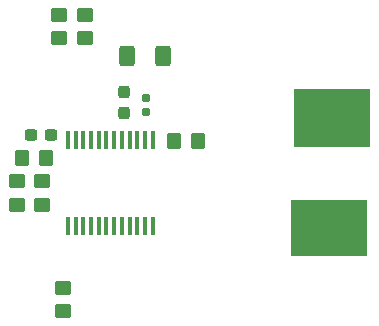
<source format=gtp>
G04 #@! TF.GenerationSoftware,KiCad,Pcbnew,(6.0.1)*
G04 #@! TF.CreationDate,2022-06-09T14:03:21-07:00*
G04 #@! TF.ProjectId,StereoPSRev1_2,53746572-656f-4505-9352-6576315f322e,rev?*
G04 #@! TF.SameCoordinates,Original*
G04 #@! TF.FileFunction,Paste,Top*
G04 #@! TF.FilePolarity,Positive*
%FSLAX46Y46*%
G04 Gerber Fmt 4.6, Leading zero omitted, Abs format (unit mm)*
G04 Created by KiCad (PCBNEW (6.0.1)) date 2022-06-09 14:03:21*
%MOMM*%
%LPD*%
G01*
G04 APERTURE LIST*
G04 Aperture macros list*
%AMRoundRect*
0 Rectangle with rounded corners*
0 $1 Rounding radius*
0 $2 $3 $4 $5 $6 $7 $8 $9 X,Y pos of 4 corners*
0 Add a 4 corners polygon primitive as box body*
4,1,4,$2,$3,$4,$5,$6,$7,$8,$9,$2,$3,0*
0 Add four circle primitives for the rounded corners*
1,1,$1+$1,$2,$3*
1,1,$1+$1,$4,$5*
1,1,$1+$1,$6,$7*
1,1,$1+$1,$8,$9*
0 Add four rect primitives between the rounded corners*
20,1,$1+$1,$2,$3,$4,$5,0*
20,1,$1+$1,$4,$5,$6,$7,0*
20,1,$1+$1,$6,$7,$8,$9,0*
20,1,$1+$1,$8,$9,$2,$3,0*%
G04 Aperture macros list end*
%ADD10RoundRect,0.250000X0.350000X0.450000X-0.350000X0.450000X-0.350000X-0.450000X0.350000X-0.450000X0*%
%ADD11RoundRect,0.250000X-0.350000X-0.450000X0.350000X-0.450000X0.350000X0.450000X-0.350000X0.450000X0*%
%ADD12RoundRect,0.237500X0.237500X-0.300000X0.237500X0.300000X-0.237500X0.300000X-0.237500X-0.300000X0*%
%ADD13RoundRect,0.250000X0.400000X0.625000X-0.400000X0.625000X-0.400000X-0.625000X0.400000X-0.625000X0*%
%ADD14RoundRect,0.237500X0.300000X0.237500X-0.300000X0.237500X-0.300000X-0.237500X0.300000X-0.237500X0*%
%ADD15R,0.431000X1.639799*%
%ADD16RoundRect,0.250000X0.450000X-0.350000X0.450000X0.350000X-0.450000X0.350000X-0.450000X-0.350000X0*%
%ADD17R,6.400000X4.900000*%
%ADD18R,6.400000X4.800000*%
%ADD19RoundRect,0.160000X0.160000X-0.197500X0.160000X0.197500X-0.160000X0.197500X-0.160000X-0.197500X0*%
G04 APERTURE END LIST*
D10*
X123600000Y-94900000D03*
X121600000Y-94900000D03*
D11*
X108700000Y-96300000D03*
X110700000Y-96300000D03*
D12*
X117333840Y-92483050D03*
X117333840Y-90758050D03*
D13*
X120650000Y-87700000D03*
X117550000Y-87700000D03*
D14*
X111162500Y-94400000D03*
X109437500Y-94400000D03*
D15*
X119752160Y-94835600D03*
X119101920Y-94835600D03*
X118451680Y-94835600D03*
X117801440Y-94835600D03*
X117151200Y-94835600D03*
X116500960Y-94835600D03*
X115850720Y-94835600D03*
X115200480Y-94835600D03*
X114550240Y-94835600D03*
X113900000Y-94835600D03*
X113249760Y-94835600D03*
X112599520Y-94835600D03*
X112599520Y-102100000D03*
X113249760Y-102100000D03*
X113900000Y-102100000D03*
X114550240Y-102100000D03*
X115200480Y-102100000D03*
X115850720Y-102100000D03*
X116500960Y-102100000D03*
X117151200Y-102100000D03*
X117801440Y-102100000D03*
X118451680Y-102100000D03*
X119101920Y-102100000D03*
X119752160Y-102100000D03*
D16*
X111800000Y-86200000D03*
X111800000Y-84200000D03*
D17*
X134950000Y-92950000D03*
D18*
X134700000Y-102250000D03*
D16*
X114000000Y-86200000D03*
X114000000Y-84200000D03*
X108300000Y-100300000D03*
X108300000Y-98300000D03*
X112200000Y-109300000D03*
X112200000Y-107300000D03*
D19*
X119183840Y-92468050D03*
X119183840Y-91273050D03*
D16*
X110400000Y-100300000D03*
X110400000Y-98300000D03*
M02*

</source>
